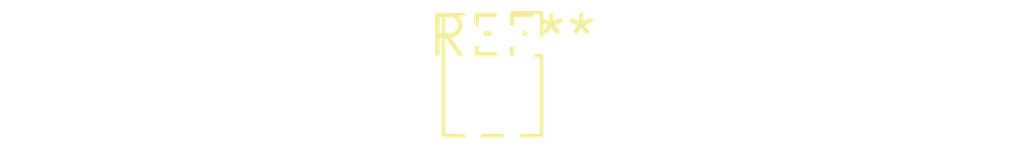
<source format=kicad_pcb>
(kicad_pcb (version 20240108) (generator pcbnew)
  (layers (0 "F.Cu" signal) (31 "B.Cu" signal) (34 "B.Paste" user) (35 "F.Paste" user) (36 "B.SilkS" user "B.Silkscreen") (37 "F.SilkS" user "F.Silkscreen") (38 "B.Mask" user) (39 "F.Mask" user) (44 "Edge.Cuts" user))
  (net 0 "")
  (footprint "PinSocket_2x03_P1.27mm_Vertical" (layer "F.Cu") (at 0 0)
    (property "Reference" "REF**")
    (property "Value" "PinSocket_2x03_P1.27mm_Vertical")
    (fp_line (start -2.22 -0.695) (end -2.22 3.235) (layer "F.SilkS") (stroke (width 0.12)))
    (fp_line (start -2.22 -0.695) (end -1.57753 -0.695) (layer "F.SilkS") (stroke (width 0.12)))
    (fp_line (start -2.22 3.235) (end -1.57753 3.235) (layer "F.SilkS") (stroke (width 0.12)))
    (fp_line (start -0.96247 -0.695) (end -0.76 -0.695) (layer "F.SilkS") (stroke (width 0.12)))
    (fp_line (start -0.96247 3.235) (end -0.30753 3.235) (layer "F.SilkS") (stroke (width 0.12)))
    (fp_line (start 0 -0.76) (end 0.95 -0.76) (layer "F.SilkS") (stroke (width 0.12)))
    (fp_line (start 0.30753 3.235) (end 0.95 3.235) (layer "F.SilkS") (stroke (width 0.12)))
    (fp_line (start 0.76 0.635) (end 0.95 0.635) (layer "F.SilkS") (stroke (width 0.12)))
    (fp_line (start 0.95 -0.76) (end 0.95 0) (layer "F.SilkS") (stroke (width 0.12)))
    (fp_line (start 0.95 0.635) (end 0.95 3.235) (layer "F.SilkS") (stroke (width 0.12)))
    (pad "1" thru_hole rect (at 0 0) (size 1 1) (drill 0.7) (layers *.Cu *.Mask) (remove_unused_layers))
    (pad "2" thru_hole oval (at -1.27 0) (size 1 1) (drill 0.7) (layers *.Cu *.Mask) (remove_unused_layers))
    (pad "3" thru_hole oval (at 0 1.27) (size 1 1) (drill 0.7) (layers *.Cu *.Mask) (remove_unused_layers))
    (pad "4" thru_hole oval (at -1.27 1.27) (size 1 1) (drill 0.7) (layers *.Cu *.Mask) (remove_unused_layers))
    (pad "5" thru_hole oval (at 0 2.54) (size 1 1) (drill 0.7) (layers *.Cu *.Mask) (remove_unused_layers))
    (pad "6" thru_hole oval (at -1.27 2.54) (size 1 1) (drill 0.7) (layers *.Cu *.Mask) (remove_unused_layers))
  )
)
</source>
